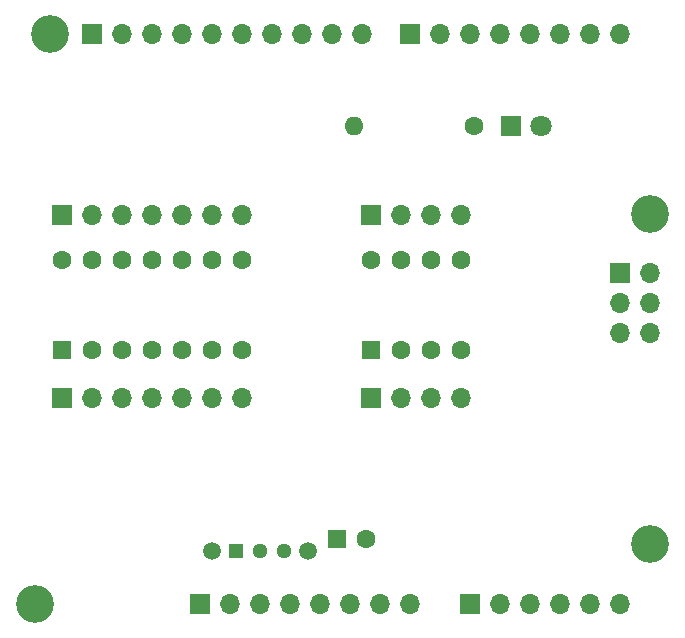
<source format=gbr>
%TF.GenerationSoftware,KiCad,Pcbnew,9.0.0*%
%TF.CreationDate,2025-03-04T00:16:50-08:00*%
%TF.ProjectId,UnoProgrammers,556e6f50-726f-4677-9261-6d6d6572732e,rev?*%
%TF.SameCoordinates,Original*%
%TF.FileFunction,Soldermask,Bot*%
%TF.FilePolarity,Negative*%
%FSLAX46Y46*%
G04 Gerber Fmt 4.6, Leading zero omitted, Abs format (unit mm)*
G04 Created by KiCad (PCBNEW 9.0.0) date 2025-03-04 00:16:50*
%MOMM*%
%LPD*%
G01*
G04 APERTURE LIST*
G04 Aperture macros list*
%AMRoundRect*
0 Rectangle with rounded corners*
0 $1 Rounding radius*
0 $2 $3 $4 $5 $6 $7 $8 $9 X,Y pos of 4 corners*
0 Add a 4 corners polygon primitive as box body*
4,1,4,$2,$3,$4,$5,$6,$7,$8,$9,$2,$3,0*
0 Add four circle primitives for the rounded corners*
1,1,$1+$1,$2,$3*
1,1,$1+$1,$4,$5*
1,1,$1+$1,$6,$7*
1,1,$1+$1,$8,$9*
0 Add four rect primitives between the rounded corners*
20,1,$1+$1,$2,$3,$4,$5,0*
20,1,$1+$1,$4,$5,$6,$7,0*
20,1,$1+$1,$6,$7,$8,$9,0*
20,1,$1+$1,$8,$9,$2,$3,0*%
G04 Aperture macros list end*
%ADD10R,1.700000X1.700000*%
%ADD11O,1.700000X1.700000*%
%ADD12RoundRect,0.250000X0.550000X-0.550000X0.550000X0.550000X-0.550000X0.550000X-0.550000X-0.550000X0*%
%ADD13C,1.600000*%
%ADD14R,1.600000X1.600000*%
%ADD15C,3.200000*%
%ADD16R,1.800000X1.800000*%
%ADD17C,1.800000*%
%ADD18R,1.295400X1.295400*%
%ADD19C,1.295400*%
%ADD20C,1.498600*%
%ADD21O,1.600000X1.600000*%
G04 APERTURE END LIST*
D10*
%TO.C,J1*%
X127940000Y-97460000D03*
D11*
X130480000Y-97460000D03*
X133020000Y-97460000D03*
X135560000Y-97460000D03*
X138100000Y-97460000D03*
X140640000Y-97460000D03*
X143180000Y-97460000D03*
X145720000Y-97460000D03*
%TD*%
D10*
%TO.C,J3*%
X150800000Y-97460000D03*
D11*
X153340000Y-97460000D03*
X155880000Y-97460000D03*
X158420000Y-97460000D03*
X160960000Y-97460000D03*
X163500000Y-97460000D03*
%TD*%
D10*
%TO.C,J2*%
X118796000Y-49200000D03*
D11*
X121336000Y-49200000D03*
X123876000Y-49200000D03*
X126416000Y-49200000D03*
X128956000Y-49200000D03*
X131496000Y-49200000D03*
X134036000Y-49200000D03*
X136576000Y-49200000D03*
X139116000Y-49200000D03*
X141656000Y-49200000D03*
%TD*%
D10*
%TO.C,J4*%
X145720000Y-49200000D03*
D11*
X148260000Y-49200000D03*
X150800000Y-49200000D03*
X153340000Y-49200000D03*
X155880000Y-49200000D03*
X158420000Y-49200000D03*
X160960000Y-49200000D03*
X163500000Y-49200000D03*
%TD*%
D12*
%TO.C,U1*%
X116260000Y-76000000D03*
D13*
X118800000Y-76000000D03*
X121340000Y-76000000D03*
X123880000Y-76000000D03*
X126420000Y-76000000D03*
X128960000Y-76000000D03*
X131500000Y-76000000D03*
X131500000Y-68380000D03*
X128960000Y-68380000D03*
X126420000Y-68380000D03*
X123880000Y-68380000D03*
X121340000Y-68380000D03*
X118800000Y-68380000D03*
X116260000Y-68380000D03*
%TD*%
D10*
%TO.C,J6*%
X116260000Y-80000000D03*
D11*
X118800000Y-80000000D03*
X121340000Y-80000000D03*
X123880000Y-80000000D03*
X126420000Y-80000000D03*
X128960000Y-80000000D03*
X131500000Y-80000000D03*
%TD*%
D12*
%TO.C,U2*%
X142380000Y-76000000D03*
D13*
X144920000Y-76000000D03*
X147460000Y-76000000D03*
X150000000Y-76000000D03*
X150000000Y-68380000D03*
X147460000Y-68380000D03*
X144920000Y-68380000D03*
X142380000Y-68380000D03*
%TD*%
D14*
%TO.C,C1*%
X139500000Y-92000000D03*
D13*
X142000000Y-92000000D03*
%TD*%
D10*
%TO.C,J9*%
X142380000Y-64500000D03*
D11*
X144920000Y-64500000D03*
X147460000Y-64500000D03*
X150000000Y-64500000D03*
%TD*%
D10*
%TO.C,J8*%
X142380000Y-80000000D03*
D11*
X144920000Y-80000000D03*
X147460000Y-80000000D03*
X150000000Y-80000000D03*
%TD*%
D15*
%TO.C,MH1*%
X115240000Y-49200000D03*
%TD*%
D10*
%TO.C,J7*%
X116260000Y-64500000D03*
D11*
X118800000Y-64500000D03*
X121340000Y-64500000D03*
X123880000Y-64500000D03*
X126420000Y-64500000D03*
X128960000Y-64500000D03*
X131500000Y-64500000D03*
%TD*%
D16*
%TO.C,D1*%
X154230000Y-57000000D03*
D17*
X156770000Y-57000000D03*
%TD*%
D10*
%TO.C,J5*%
X163460000Y-69460000D03*
D11*
X166000000Y-69460000D03*
X163460000Y-72000000D03*
X166000000Y-72000000D03*
X163460000Y-74540000D03*
X166000000Y-74540000D03*
%TD*%
D18*
%TO.C,SW1*%
X131000000Y-93000000D03*
D19*
X133000000Y-93000000D03*
X135000001Y-93000000D03*
D20*
X128899999Y-93000000D03*
X137100000Y-93000000D03*
%TD*%
D15*
%TO.C,MH2*%
X113970000Y-97460000D03*
%TD*%
%TO.C,MH3*%
X166040000Y-64440000D03*
%TD*%
%TO.C,MH4*%
X166040000Y-92380000D03*
%TD*%
D13*
%TO.C,R1*%
X151080000Y-57000000D03*
D21*
X140920000Y-57000000D03*
%TD*%
M02*

</source>
